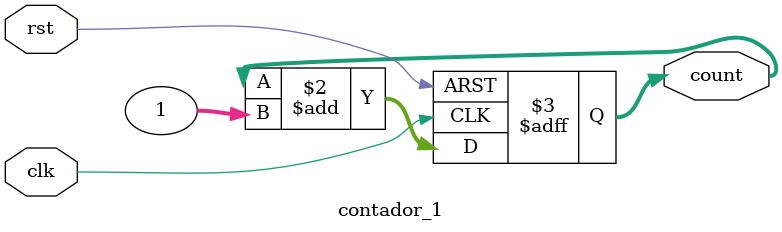
<source format=v>
`timescale 1ns / 1ps


module contador_1(
    input clk,       
    input rst,     
    output reg [31:0] count 
    );
    
    always @(posedge clk or posedge rst) begin
    if (rst) begin
        count <= 0; // Reiniciar el contador a 0 cuando se activa el rst
    end else begin
        count <= count + 1; // Incrementar el contador en cada ciclo de reloj
    end
end
endmodule

</source>
